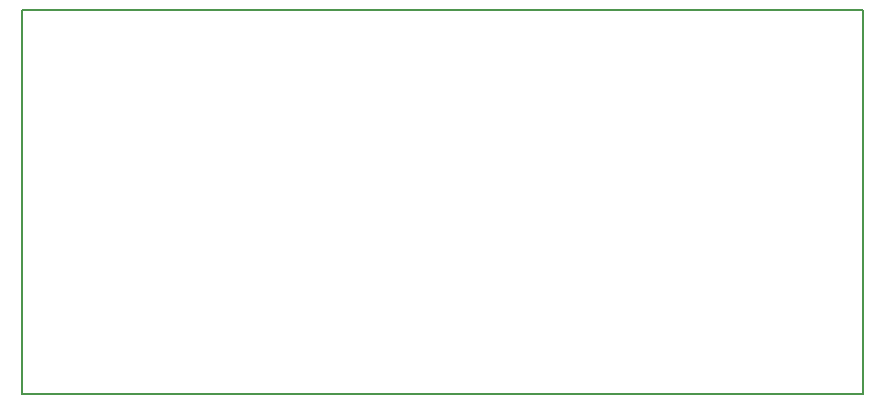
<source format=gm1>
%TF.GenerationSoftware,KiCad,Pcbnew,(6.0.5)*%
%TF.CreationDate,2022-06-15T13:59:35+01:00*%
%TF.ProjectId,tsal,7473616c-2e6b-4696-9361-645f70636258,rev?*%
%TF.SameCoordinates,Original*%
%TF.FileFunction,Profile,NP*%
%FSLAX46Y46*%
G04 Gerber Fmt 4.6, Leading zero omitted, Abs format (unit mm)*
G04 Created by KiCad (PCBNEW (6.0.5)) date 2022-06-15 13:59:35*
%MOMM*%
%LPD*%
G01*
G04 APERTURE LIST*
%TA.AperFunction,Profile*%
%ADD10C,0.200000*%
%TD*%
G04 APERTURE END LIST*
D10*
X58420000Y-123700000D02*
X129600000Y-123700000D01*
X129600000Y-123700000D02*
X129600000Y-156210000D01*
X129600000Y-156210000D02*
X58420000Y-156210000D01*
X58420000Y-156210000D02*
X58420000Y-123700000D01*
M02*

</source>
